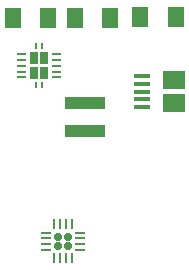
<source format=gbp>
%TF.GenerationSoftware,KiCad,Pcbnew,7.0.2*%
%TF.CreationDate,2024-02-22T17:56:03+01:00*%
%TF.ProjectId,flowsense,666c6f77-7365-46e7-9365-2e6b69636164,rev?*%
%TF.SameCoordinates,Original*%
%TF.FileFunction,Paste,Bot*%
%TF.FilePolarity,Positive*%
%FSLAX46Y46*%
G04 Gerber Fmt 4.6, Leading zero omitted, Abs format (unit mm)*
G04 Created by KiCad (PCBNEW 7.0.2) date 2024-02-22 17:56:03*
%MOMM*%
%LPD*%
G01*
G04 APERTURE LIST*
G04 Aperture macros list*
%AMRoundRect*
0 Rectangle with rounded corners*
0 $1 Rounding radius*
0 $2 $3 $4 $5 $6 $7 $8 $9 X,Y pos of 4 corners*
0 Add a 4 corners polygon primitive as box body*
4,1,4,$2,$3,$4,$5,$6,$7,$8,$9,$2,$3,0*
0 Add four circle primitives for the rounded corners*
1,1,$1+$1,$2,$3*
1,1,$1+$1,$4,$5*
1,1,$1+$1,$6,$7*
1,1,$1+$1,$8,$9*
0 Add four rect primitives between the rounded corners*
20,1,$1+$1,$2,$3,$4,$5,0*
20,1,$1+$1,$4,$5,$6,$7,0*
20,1,$1+$1,$6,$7,$8,$9,0*
20,1,$1+$1,$8,$9,$2,$3,0*%
G04 Aperture macros list end*
%ADD10RoundRect,0.250001X-0.462499X-0.624999X0.462499X-0.624999X0.462499X0.624999X-0.462499X0.624999X0*%
%ADD11R,1.350000X0.400000*%
%ADD12R,1.900000X1.500000*%
%ADD13RoundRect,0.160000X-0.160000X0.160000X-0.160000X-0.160000X0.160000X-0.160000X0.160000X0.160000X0*%
%ADD14RoundRect,0.062500X-0.062500X0.375000X-0.062500X-0.375000X0.062500X-0.375000X0.062500X0.375000X0*%
%ADD15RoundRect,0.062500X-0.375000X0.062500X-0.375000X-0.062500X0.375000X-0.062500X0.375000X0.062500X0*%
%ADD16RoundRect,0.250001X0.462499X0.624999X-0.462499X0.624999X-0.462499X-0.624999X0.462499X-0.624999X0*%
%ADD17R,3.400000X0.980000*%
%ADD18R,0.230000X0.230000*%
%ADD19O,0.800000X0.230000*%
%ADD20R,0.680000X1.050000*%
%ADD21R,0.260000X0.500000*%
G04 APERTURE END LIST*
D10*
%TO.C,D2*%
X76490500Y-35052000D03*
X79465500Y-35052000D03*
%TD*%
%TO.C,D1*%
X71207300Y-35052000D03*
X74182300Y-35052000D03*
%TD*%
D11*
%TO.C,J3*%
X82136000Y-40015000D03*
X82136000Y-40665000D03*
X82136000Y-41315000D03*
X82136000Y-41965000D03*
X82136000Y-42615000D03*
D12*
X84836000Y-40315000D03*
X84836000Y-42315000D03*
%TD*%
D13*
%TO.C,U1*%
X75837500Y-53600000D03*
X75037500Y-53600000D03*
X75837500Y-54400000D03*
X75037500Y-54400000D03*
D14*
X74687500Y-52562500D03*
X75187500Y-52562500D03*
X75687500Y-52562500D03*
X76187500Y-52562500D03*
D15*
X76875000Y-53250000D03*
X76875000Y-53750000D03*
X76875000Y-54250000D03*
X76875000Y-54750000D03*
D14*
X76187500Y-55437500D03*
X75687500Y-55437500D03*
X75187500Y-55437500D03*
X74687500Y-55437500D03*
D15*
X74000000Y-54750000D03*
X74000000Y-54250000D03*
X74000000Y-53750000D03*
X74000000Y-53250000D03*
%TD*%
D16*
%TO.C,D_REC*%
X84975000Y-35000000D03*
X82000000Y-35000000D03*
%TD*%
D17*
%TO.C,L1*%
X77266800Y-44619000D03*
X77266800Y-42249000D03*
%TD*%
D18*
%TO.C,U2*%
X75170000Y-38116000D03*
D19*
X74885000Y-38116000D03*
D18*
X75170000Y-38616000D03*
D19*
X74885000Y-38616000D03*
D18*
X75170000Y-39116000D03*
D19*
X74885000Y-39116000D03*
D18*
X75170000Y-39616000D03*
D19*
X74885000Y-39616000D03*
D18*
X75170000Y-40116000D03*
D19*
X74885000Y-40116000D03*
X71935000Y-40116000D03*
D18*
X71650000Y-40116000D03*
D19*
X71935000Y-39616000D03*
D18*
X71650000Y-39616000D03*
D19*
X71935000Y-39116000D03*
D18*
X71650000Y-39116000D03*
D19*
X71935000Y-38616000D03*
D18*
X71650000Y-38616000D03*
D19*
X71935000Y-38116000D03*
D18*
X71650000Y-38116000D03*
D20*
X73860000Y-39751000D03*
X73860000Y-38481000D03*
D21*
X73660000Y-40746000D03*
X73660000Y-37486000D03*
X73160000Y-40746000D03*
X73160000Y-37486000D03*
D20*
X72960000Y-39751000D03*
X72960000Y-38481000D03*
%TD*%
M02*

</source>
